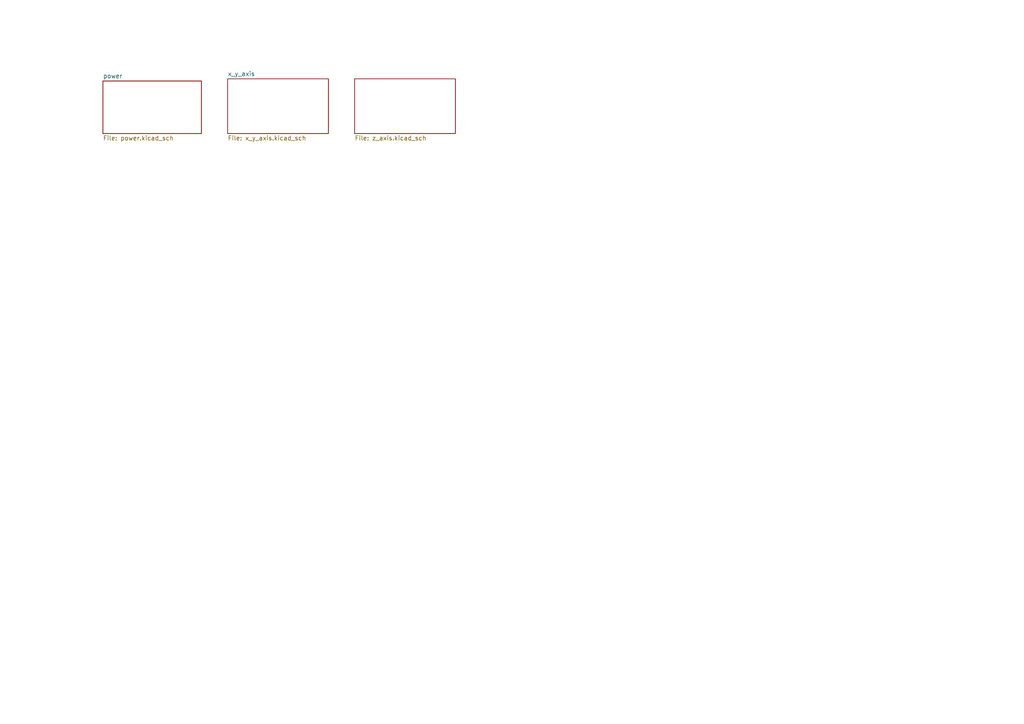
<source format=kicad_sch>
(kicad_sch
	(version 20231120)
	(generator "eeschema")
	(generator_version "8.0")
	(uuid "248b3ea2-1875-4815-aee0-ed2b456a048e")
	(paper "A4")
	(lib_symbols)
	(sheet
		(at 66.04 22.86)
		(size 29.21 15.875)
		(fields_autoplaced yes)
		(stroke
			(width 0.1524)
			(type solid)
		)
		(fill
			(color 0 0 0 0.0000)
		)
		(uuid "7fc35a1c-a3f3-40c3-a55b-4318842f9824")
		(property "Sheetname" "x_y_axis"
			(at 66.04 22.1484 0)
			(effects
				(font
					(size 1.27 1.27)
				)
				(justify left bottom)
			)
		)
		(property "Sheetfile" "x_y_axis.kicad_sch"
			(at 66.04 39.3196 0)
			(effects
				(font
					(size 1.27 1.27)
				)
				(justify left top)
			)
		)
		(instances
			(project "flux_gate_3_axis"
				(path "/248b3ea2-1875-4815-aee0-ed2b456a048e"
					(page "3")
				)
			)
		)
	)
	(sheet
		(at 29.845 23.495)
		(size 28.575 15.24)
		(fields_autoplaced yes)
		(stroke
			(width 0.1524)
			(type solid)
		)
		(fill
			(color 0 0 0 0.0000)
		)
		(uuid "b3a6b590-6da5-4a66-8327-43b67ac869e3")
		(property "Sheetname" "power"
			(at 29.845 22.7834 0)
			(effects
				(font
					(size 1.27 1.27)
				)
				(justify left bottom)
			)
		)
		(property "Sheetfile" "power.kicad_sch"
			(at 29.845 39.3196 0)
			(effects
				(font
					(size 1.27 1.27)
				)
				(justify left top)
			)
		)
		(instances
			(project "flux_gate_3_axis"
				(path "/248b3ea2-1875-4815-aee0-ed2b456a048e"
					(page "2")
				)
			)
		)
	)
	(sheet
		(at 102.87 22.86)
		(size 29.21 15.875)
		(fields_autoplaced yes)
		(stroke
			(width 0.1524)
			(type solid)
		)
		(fill
			(color 0 0 0 0.0000)
		)
		(uuid "d1bb5106-bd4e-4ab7-819c-f112eadaac14")
		(property "Sheetname" "z_axis"
			(at 102.87 22.1484 0)
			(effects
				(font
					(size 1.27 1.27)
				)
				(justify left bottom)
				(hide yes)
			)
		)
		(property "Sheetfile" "z_axis.kicad_sch"
			(at 102.87 39.3196 0)
			(effects
				(font
					(size 1.27 1.27)
				)
				(justify left top)
			)
		)
		(instances
			(project "flux_gate_3_axis"
				(path "/248b3ea2-1875-4815-aee0-ed2b456a048e"
					(page "4")
				)
			)
		)
	)
	(sheet_instances
		(path "/"
			(page "1")
		)
	)
)

</source>
